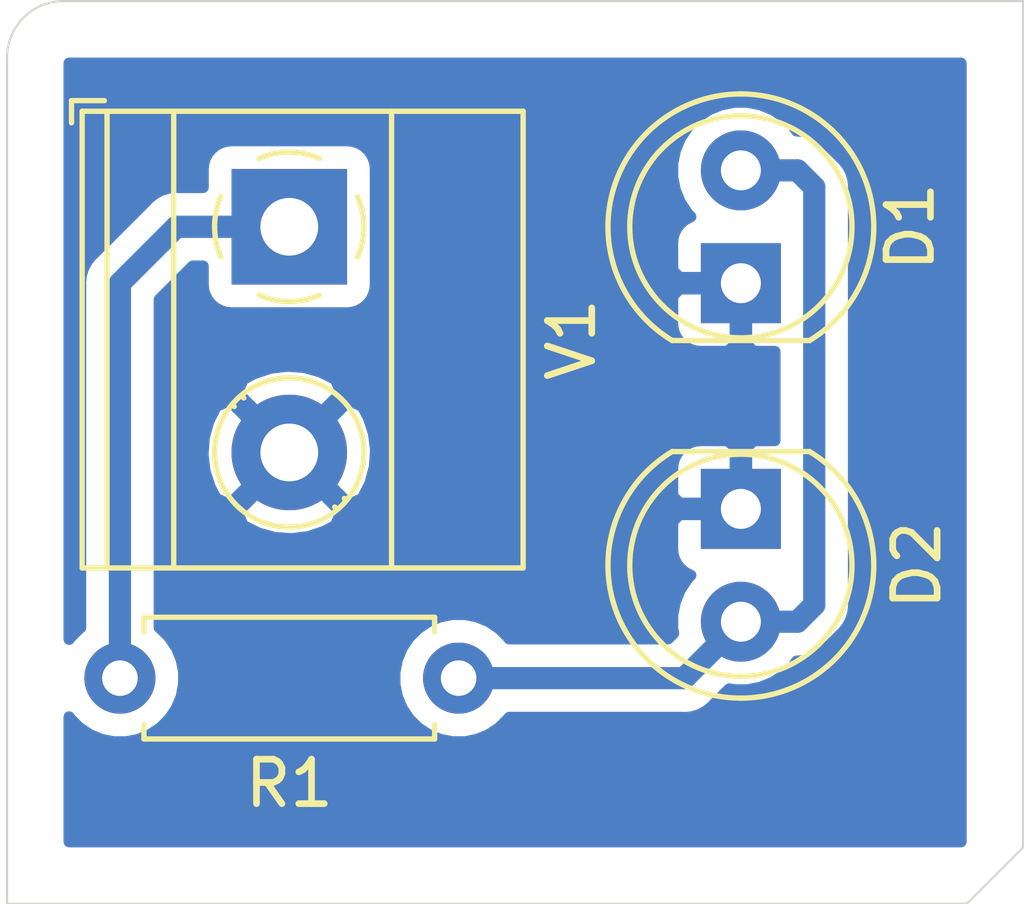
<source format=kicad_pcb>
(kicad_pcb (version 20171130) (host pcbnew 5.1.6-c6e7f7d~87~ubuntu20.04.1)

  (general
    (thickness 1.6)
    (drawings 10)
    (tracks 10)
    (zones 0)
    (modules 4)
    (nets 4)
  )

  (page A4)
  (layers
    (0 F.Cu signal)
    (31 B.Cu signal)
    (32 B.Adhes user)
    (33 F.Adhes user)
    (34 B.Paste user)
    (35 F.Paste user)
    (36 B.SilkS user)
    (37 F.SilkS user)
    (38 B.Mask user)
    (39 F.Mask user)
    (40 Dwgs.User user)
    (41 Cmts.User user)
    (42 Eco1.User user)
    (43 Eco2.User user)
    (44 Edge.Cuts user)
    (45 Margin user)
    (46 B.CrtYd user)
    (47 F.CrtYd user)
    (48 B.Fab user)
    (49 F.Fab user)
  )

  (setup
    (last_trace_width 0.5)
    (trace_clearance 0.5)
    (zone_clearance 0.508)
    (zone_45_only no)
    (trace_min 0.2)
    (via_size 0.8)
    (via_drill 0.4)
    (via_min_size 0.4)
    (via_min_drill 0.3)
    (uvia_size 0.3)
    (uvia_drill 0.1)
    (uvias_allowed no)
    (uvia_min_size 0.2)
    (uvia_min_drill 0.1)
    (edge_width 0.05)
    (segment_width 0.2)
    (pcb_text_width 0.3)
    (pcb_text_size 1.5 1.5)
    (mod_edge_width 0.12)
    (mod_text_size 1 1)
    (mod_text_width 0.15)
    (pad_size 1.524 1.524)
    (pad_drill 0.762)
    (pad_to_mask_clearance 0.05)
    (aux_axis_origin 0 0)
    (visible_elements FFFFFF7F)
    (pcbplotparams
      (layerselection 0x01060_fffffffe)
      (usegerberextensions false)
      (usegerberattributes true)
      (usegerberadvancedattributes true)
      (creategerberjobfile true)
      (excludeedgelayer true)
      (linewidth 0.100000)
      (plotframeref false)
      (viasonmask false)
      (mode 1)
      (useauxorigin false)
      (hpglpennumber 1)
      (hpglpenspeed 20)
      (hpglpendiameter 15.000000)
      (psnegative false)
      (psa4output false)
      (plotreference true)
      (plotvalue true)
      (plotinvisibletext false)
      (padsonsilk false)
      (subtractmaskfromsilk false)
      (outputformat 1)
      (mirror false)
      (drillshape 0)
      (scaleselection 1)
      (outputdirectory ""))
  )

  (net 0 "")
  (net 1 "Net-(D1-Pad2)")
  (net 2 /gnd)
  (net 3 "Net-(R1-Pad2)")

  (net_class Default "This is the default net class."
    (clearance 0.5)
    (trace_width 0.5)
    (via_dia 0.8)
    (via_drill 0.4)
    (uvia_dia 0.3)
    (uvia_drill 0.1)
    (add_net /gnd)
    (add_net "Net-(D1-Pad2)")
    (add_net "Net-(R1-Pad2)")
  )

  (module TerminalBlock_Phoenix:TerminalBlock_Phoenix_MKDS-1,5-2-5.08_1x02_P5.08mm_Horizontal (layer F.Cu) (tedit 5B294EBC) (tstamp 5F7264B4)
    (at 43.18 54.61 270)
    (descr "Terminal Block Phoenix MKDS-1,5-2-5.08, 2 pins, pitch 5.08mm, size 10.2x9.8mm^2, drill diamater 1.3mm, pad diameter 2.6mm, see http://www.farnell.com/datasheets/100425.pdf, script-generated using https://github.com/pointhi/kicad-footprint-generator/scripts/TerminalBlock_Phoenix")
    (tags "THT Terminal Block Phoenix MKDS-1,5-2-5.08 pitch 5.08mm size 10.2x9.8mm^2 drill 1.3mm pad 2.6mm")
    (path /5F727634)
    (fp_text reference V1 (at 2.54 -6.35 90) (layer F.SilkS)
      (effects (font (size 1 1) (thickness 0.15)))
    )
    (fp_text value 12V (at 2.54 5.66 90) (layer F.Fab)
      (effects (font (size 1 1) (thickness 0.15)))
    )
    (fp_text user %R (at 2.54 3.2 90) (layer F.Fab)
      (effects (font (size 1 1) (thickness 0.15)))
    )
    (fp_arc (start 0 0) (end -0.684 1.535) (angle -25) (layer F.SilkS) (width 0.12))
    (fp_arc (start 0 0) (end -1.535 -0.684) (angle -48) (layer F.SilkS) (width 0.12))
    (fp_arc (start 0 0) (end 0.684 -1.535) (angle -48) (layer F.SilkS) (width 0.12))
    (fp_arc (start 0 0) (end 1.535 0.684) (angle -48) (layer F.SilkS) (width 0.12))
    (fp_arc (start 0 0) (end 0 1.68) (angle -24) (layer F.SilkS) (width 0.12))
    (fp_circle (center 0 0) (end 1.5 0) (layer F.Fab) (width 0.1))
    (fp_circle (center 5.08 0) (end 6.58 0) (layer F.Fab) (width 0.1))
    (fp_circle (center 5.08 0) (end 6.76 0) (layer F.SilkS) (width 0.12))
    (fp_line (start -2.54 -5.2) (end 7.62 -5.2) (layer F.Fab) (width 0.1))
    (fp_line (start 7.62 -5.2) (end 7.62 4.6) (layer F.Fab) (width 0.1))
    (fp_line (start 7.62 4.6) (end -2.04 4.6) (layer F.Fab) (width 0.1))
    (fp_line (start -2.04 4.6) (end -2.54 4.1) (layer F.Fab) (width 0.1))
    (fp_line (start -2.54 4.1) (end -2.54 -5.2) (layer F.Fab) (width 0.1))
    (fp_line (start -2.54 4.1) (end 7.62 4.1) (layer F.Fab) (width 0.1))
    (fp_line (start -2.6 4.1) (end 7.68 4.1) (layer F.SilkS) (width 0.12))
    (fp_line (start -2.54 2.6) (end 7.62 2.6) (layer F.Fab) (width 0.1))
    (fp_line (start -2.6 2.6) (end 7.68 2.6) (layer F.SilkS) (width 0.12))
    (fp_line (start -2.54 -2.3) (end 7.62 -2.3) (layer F.Fab) (width 0.1))
    (fp_line (start -2.6 -2.301) (end 7.68 -2.301) (layer F.SilkS) (width 0.12))
    (fp_line (start -2.6 -5.261) (end 7.68 -5.261) (layer F.SilkS) (width 0.12))
    (fp_line (start -2.6 4.66) (end 7.68 4.66) (layer F.SilkS) (width 0.12))
    (fp_line (start -2.6 -5.261) (end -2.6 4.66) (layer F.SilkS) (width 0.12))
    (fp_line (start 7.68 -5.261) (end 7.68 4.66) (layer F.SilkS) (width 0.12))
    (fp_line (start 1.138 -0.955) (end -0.955 1.138) (layer F.Fab) (width 0.1))
    (fp_line (start 0.955 -1.138) (end -1.138 0.955) (layer F.Fab) (width 0.1))
    (fp_line (start 6.218 -0.955) (end 4.126 1.138) (layer F.Fab) (width 0.1))
    (fp_line (start 6.035 -1.138) (end 3.943 0.955) (layer F.Fab) (width 0.1))
    (fp_line (start 6.355 -1.069) (end 6.308 -1.023) (layer F.SilkS) (width 0.12))
    (fp_line (start 4.046 1.239) (end 4.011 1.274) (layer F.SilkS) (width 0.12))
    (fp_line (start 6.15 -1.275) (end 6.115 -1.239) (layer F.SilkS) (width 0.12))
    (fp_line (start 3.853 1.023) (end 3.806 1.069) (layer F.SilkS) (width 0.12))
    (fp_line (start -2.84 4.16) (end -2.84 4.9) (layer F.SilkS) (width 0.12))
    (fp_line (start -2.84 4.9) (end -2.34 4.9) (layer F.SilkS) (width 0.12))
    (fp_line (start -3.04 -5.71) (end -3.04 5.1) (layer F.CrtYd) (width 0.05))
    (fp_line (start -3.04 5.1) (end 8.13 5.1) (layer F.CrtYd) (width 0.05))
    (fp_line (start 8.13 5.1) (end 8.13 -5.71) (layer F.CrtYd) (width 0.05))
    (fp_line (start 8.13 -5.71) (end -3.04 -5.71) (layer F.CrtYd) (width 0.05))
    (pad 2 thru_hole circle (at 5.08 0 270) (size 2.6 2.6) (drill 1.3) (layers *.Cu *.Mask)
      (net 2 /gnd))
    (pad 1 thru_hole rect (at 0 0 270) (size 2.6 2.6) (drill 1.3) (layers *.Cu *.Mask)
      (net 3 "Net-(R1-Pad2)"))
    (model ${KISYS3DMOD}/TerminalBlock_Phoenix.3dshapes/TerminalBlock_Phoenix_MKDS-1,5-2-5.08_1x02_P5.08mm_Horizontal.wrl
      (at (xyz 0 0 0))
      (scale (xyz 1 1 1))
      (rotate (xyz 0 0 0))
    )
  )

  (module Resistor_THT:R_Axial_DIN0207_L6.3mm_D2.5mm_P7.62mm_Horizontal (layer F.Cu) (tedit 5AE5139B) (tstamp 5F726488)
    (at 46.99 64.77 180)
    (descr "Resistor, Axial_DIN0207 series, Axial, Horizontal, pin pitch=7.62mm, 0.25W = 1/4W, length*diameter=6.3*2.5mm^2, http://cdn-reichelt.de/documents/datenblatt/B400/1_4W%23YAG.pdf")
    (tags "Resistor Axial_DIN0207 series Axial Horizontal pin pitch 7.62mm 0.25W = 1/4W length 6.3mm diameter 2.5mm")
    (path /5F727719)
    (fp_text reference R1 (at 3.81 -2.37) (layer F.SilkS)
      (effects (font (size 1 1) (thickness 0.15)))
    )
    (fp_text value 470R/0,5W (at 3.81 2.37) (layer F.Fab)
      (effects (font (size 1 1) (thickness 0.15)))
    )
    (fp_text user %R (at 3.81 0) (layer F.Fab)
      (effects (font (size 1 1) (thickness 0.15)))
    )
    (fp_line (start 0.66 -1.25) (end 0.66 1.25) (layer F.Fab) (width 0.1))
    (fp_line (start 0.66 1.25) (end 6.96 1.25) (layer F.Fab) (width 0.1))
    (fp_line (start 6.96 1.25) (end 6.96 -1.25) (layer F.Fab) (width 0.1))
    (fp_line (start 6.96 -1.25) (end 0.66 -1.25) (layer F.Fab) (width 0.1))
    (fp_line (start 0 0) (end 0.66 0) (layer F.Fab) (width 0.1))
    (fp_line (start 7.62 0) (end 6.96 0) (layer F.Fab) (width 0.1))
    (fp_line (start 0.54 -1.04) (end 0.54 -1.37) (layer F.SilkS) (width 0.12))
    (fp_line (start 0.54 -1.37) (end 7.08 -1.37) (layer F.SilkS) (width 0.12))
    (fp_line (start 7.08 -1.37) (end 7.08 -1.04) (layer F.SilkS) (width 0.12))
    (fp_line (start 0.54 1.04) (end 0.54 1.37) (layer F.SilkS) (width 0.12))
    (fp_line (start 0.54 1.37) (end 7.08 1.37) (layer F.SilkS) (width 0.12))
    (fp_line (start 7.08 1.37) (end 7.08 1.04) (layer F.SilkS) (width 0.12))
    (fp_line (start -1.05 -1.5) (end -1.05 1.5) (layer F.CrtYd) (width 0.05))
    (fp_line (start -1.05 1.5) (end 8.67 1.5) (layer F.CrtYd) (width 0.05))
    (fp_line (start 8.67 1.5) (end 8.67 -1.5) (layer F.CrtYd) (width 0.05))
    (fp_line (start 8.67 -1.5) (end -1.05 -1.5) (layer F.CrtYd) (width 0.05))
    (pad 2 thru_hole oval (at 7.62 0 180) (size 1.6 1.6) (drill 0.8) (layers *.Cu *.Mask)
      (net 3 "Net-(R1-Pad2)"))
    (pad 1 thru_hole circle (at 0 0 180) (size 1.6 1.6) (drill 0.8) (layers *.Cu *.Mask)
      (net 1 "Net-(D1-Pad2)"))
    (model ${KISYS3DMOD}/Resistor_THT.3dshapes/R_Axial_DIN0207_L6.3mm_D2.5mm_P7.62mm_Horizontal.wrl
      (at (xyz 0 0 0))
      (scale (xyz 1 1 1))
      (rotate (xyz 0 0 0))
    )
  )

  (module LED_THT:LED_D5.0mm (layer F.Cu) (tedit 5995936A) (tstamp 5F726471)
    (at 53.34 60.96 270)
    (descr "LED, diameter 5.0mm, 2 pins, http://cdn-reichelt.de/documents/datenblatt/A500/LL-504BC2E-009.pdf")
    (tags "LED diameter 5.0mm 2 pins")
    (path /5F729915)
    (fp_text reference D2 (at 1.27 -3.96 90) (layer F.SilkS)
      (effects (font (size 1 1) (thickness 0.15)))
    )
    (fp_text value LED_ALT (at 1.27 3.96 90) (layer F.Fab)
      (effects (font (size 1 1) (thickness 0.15)))
    )
    (fp_text user %R (at 1.25 0 90) (layer F.Fab)
      (effects (font (size 0.8 0.8) (thickness 0.2)))
    )
    (fp_arc (start 1.27 0) (end -1.29 1.54483) (angle -148.9) (layer F.SilkS) (width 0.12))
    (fp_arc (start 1.27 0) (end -1.29 -1.54483) (angle 148.9) (layer F.SilkS) (width 0.12))
    (fp_arc (start 1.27 0) (end -1.23 -1.469694) (angle 299.1) (layer F.Fab) (width 0.1))
    (fp_circle (center 1.27 0) (end 3.77 0) (layer F.Fab) (width 0.1))
    (fp_circle (center 1.27 0) (end 3.77 0) (layer F.SilkS) (width 0.12))
    (fp_line (start -1.23 -1.469694) (end -1.23 1.469694) (layer F.Fab) (width 0.1))
    (fp_line (start -1.29 -1.545) (end -1.29 1.545) (layer F.SilkS) (width 0.12))
    (fp_line (start -1.95 -3.25) (end -1.95 3.25) (layer F.CrtYd) (width 0.05))
    (fp_line (start -1.95 3.25) (end 4.5 3.25) (layer F.CrtYd) (width 0.05))
    (fp_line (start 4.5 3.25) (end 4.5 -3.25) (layer F.CrtYd) (width 0.05))
    (fp_line (start 4.5 -3.25) (end -1.95 -3.25) (layer F.CrtYd) (width 0.05))
    (pad 2 thru_hole circle (at 2.54 0 270) (size 1.8 1.8) (drill 0.9) (layers *.Cu *.Mask)
      (net 1 "Net-(D1-Pad2)"))
    (pad 1 thru_hole rect (at 0 0 270) (size 1.8 1.8) (drill 0.9) (layers *.Cu *.Mask)
      (net 2 /gnd))
    (model ${KISYS3DMOD}/LED_THT.3dshapes/LED_D5.0mm.wrl
      (at (xyz 0 0 0))
      (scale (xyz 1 1 1))
      (rotate (xyz 0 0 0))
    )
  )

  (module LED_THT:LED_D5.0mm (layer F.Cu) (tedit 5995936A) (tstamp 5F72645F)
    (at 53.34 55.88 90)
    (descr "LED, diameter 5.0mm, 2 pins, http://cdn-reichelt.de/documents/datenblatt/A500/LL-504BC2E-009.pdf")
    (tags "LED diameter 5.0mm 2 pins")
    (path /5F727B55)
    (fp_text reference D1 (at 1.27 3.81 90) (layer F.SilkS)
      (effects (font (size 1 1) (thickness 0.15)))
    )
    (fp_text value LED_ALT (at 1.27 3.96 90) (layer F.Fab)
      (effects (font (size 1 1) (thickness 0.15)))
    )
    (fp_text user %R (at 1.25 0 90) (layer F.Fab)
      (effects (font (size 0.8 0.8) (thickness 0.2)))
    )
    (fp_arc (start 1.27 0) (end -1.29 1.54483) (angle -148.9) (layer F.SilkS) (width 0.12))
    (fp_arc (start 1.27 0) (end -1.29 -1.54483) (angle 148.9) (layer F.SilkS) (width 0.12))
    (fp_arc (start 1.27 0) (end -1.23 -1.469694) (angle 299.1) (layer F.Fab) (width 0.1))
    (fp_circle (center 1.27 0) (end 3.77 0) (layer F.Fab) (width 0.1))
    (fp_circle (center 1.27 0) (end 3.77 0) (layer F.SilkS) (width 0.12))
    (fp_line (start -1.23 -1.469694) (end -1.23 1.469694) (layer F.Fab) (width 0.1))
    (fp_line (start -1.29 -1.545) (end -1.29 1.545) (layer F.SilkS) (width 0.12))
    (fp_line (start -1.95 -3.25) (end -1.95 3.25) (layer F.CrtYd) (width 0.05))
    (fp_line (start -1.95 3.25) (end 4.5 3.25) (layer F.CrtYd) (width 0.05))
    (fp_line (start 4.5 3.25) (end 4.5 -3.25) (layer F.CrtYd) (width 0.05))
    (fp_line (start 4.5 -3.25) (end -1.95 -3.25) (layer F.CrtYd) (width 0.05))
    (pad 2 thru_hole circle (at 2.54 0 90) (size 1.8 1.8) (drill 0.9) (layers *.Cu *.Mask)
      (net 1 "Net-(D1-Pad2)"))
    (pad 1 thru_hole rect (at 0 0 90) (size 1.8 1.8) (drill 0.9) (layers *.Cu *.Mask)
      (net 2 /gnd))
    (model ${KISYS3DMOD}/LED_THT.3dshapes/LED_D5.0mm.wrl
      (at (xyz 0 0 0))
      (scale (xyz 1 1 1))
      (rotate (xyz 0 0 0))
    )
  )

  (gr_line (start 59.69 68.58) (end 58.42 69.85) (layer Edge.Cuts) (width 0.05) (tstamp 5F726989))
  (gr_arc (start 38.1 50.8) (end 38.1 49.53) (angle -90) (layer Edge.Cuts) (width 0.05))
  (gr_line (start 59.69 49.53) (end 38.1 49.53) (layer Edge.Cuts) (width 0.05) (tstamp 5F726964))
  (gr_line (start 59.69 68.58) (end 59.69 49.53) (layer Edge.Cuts) (width 0.05))
  (gr_line (start 36.83 69.85) (end 58.42 69.85) (layer Edge.Cuts) (width 0.05))
  (gr_line (start 36.83 50.8) (end 36.83 69.85) (layer Edge.Cuts) (width 0.05))
  (gr_line (start 58.42 68.58) (end 38.1 68.58) (layer Margin) (width 0.15) (tstamp 5F7266E6))
  (gr_line (start 58.42 50.8) (end 38.1 50.8) (layer Margin) (width 0.15) (tstamp 5F7268F7))
  (gr_line (start 58.42 68.58) (end 58.42 50.8) (layer Margin) (width 0.15))
  (gr_line (start 38.1 50.8) (end 38.1 68.58) (layer Margin) (width 0.15))

  (segment (start 52.07 64.77) (end 53.34 63.5) (width 0.5) (layer B.Cu) (net 1))
  (segment (start 46.99 64.77) (end 52.07 64.77) (width 0.5) (layer B.Cu) (net 1))
  (segment (start 54.612792 53.34) (end 53.34 53.34) (width 0.5) (layer B.Cu) (net 1))
  (segment (start 54.990001 53.717209) (end 54.612792 53.34) (width 0.5) (layer B.Cu) (net 1))
  (segment (start 54.990001 63.122791) (end 54.990001 53.717209) (width 0.5) (layer B.Cu) (net 1))
  (segment (start 54.612792 63.5) (end 54.990001 63.122791) (width 0.5) (layer B.Cu) (net 1))
  (segment (start 53.34 63.5) (end 54.612792 63.5) (width 0.5) (layer B.Cu) (net 1))
  (segment (start 43.18 54.61) (end 40.64 54.61) (width 0.5) (layer B.Cu) (net 3))
  (segment (start 40.64 54.61) (end 39.37 55.88) (width 0.5) (layer B.Cu) (net 3))
  (segment (start 39.37 55.88) (end 39.37 64.77) (width 0.5) (layer B.Cu) (net 3))

  (zone (net 2) (net_name /gnd) (layer B.Cu) (tstamp 5F7269A0) (hatch edge 0.508)
    (connect_pads (clearance 0.508))
    (min_thickness 0.254)
    (fill yes (arc_segments 32) (thermal_gap 0.508) (thermal_bridge_width 0.508))
    (polygon
      (pts
        (xy 58.42 68.58) (xy 38.1 68.58) (xy 38.1 50.8) (xy 58.42 50.8)
      )
    )
    (filled_polygon
      (pts
        (xy 58.293 68.453) (xy 38.227 68.453) (xy 38.227 65.642311) (xy 38.255363 65.684759) (xy 38.455241 65.884637)
        (xy 38.690273 66.04168) (xy 38.951426 66.149853) (xy 39.228665 66.205) (xy 39.511335 66.205) (xy 39.788574 66.149853)
        (xy 40.049727 66.04168) (xy 40.284759 65.884637) (xy 40.484637 65.684759) (xy 40.64168 65.449727) (xy 40.749853 65.188574)
        (xy 40.805 64.911335) (xy 40.805 64.628665) (xy 45.555 64.628665) (xy 45.555 64.911335) (xy 45.610147 65.188574)
        (xy 45.71832 65.449727) (xy 45.875363 65.684759) (xy 46.075241 65.884637) (xy 46.310273 66.04168) (xy 46.571426 66.149853)
        (xy 46.848665 66.205) (xy 47.131335 66.205) (xy 47.408574 66.149853) (xy 47.669727 66.04168) (xy 47.904759 65.884637)
        (xy 48.104637 65.684759) (xy 48.124521 65.655) (xy 52.026531 65.655) (xy 52.07 65.659281) (xy 52.113469 65.655)
        (xy 52.113477 65.655) (xy 52.24349 65.642195) (xy 52.410313 65.591589) (xy 52.564059 65.509411) (xy 52.698817 65.398817)
        (xy 52.726534 65.365044) (xy 53.078518 65.01306) (xy 53.188816 65.035) (xy 53.491184 65.035) (xy 53.787743 64.976011)
        (xy 54.067095 64.860299) (xy 54.318505 64.692312) (xy 54.532312 64.478505) (xy 54.593218 64.387353) (xy 54.612792 64.389281)
        (xy 54.656261 64.385) (xy 54.656269 64.385) (xy 54.786282 64.372195) (xy 54.953105 64.321589) (xy 55.106851 64.239411)
        (xy 55.241609 64.128817) (xy 55.269326 64.095044) (xy 55.585046 63.779324) (xy 55.618818 63.751608) (xy 55.729412 63.61685)
        (xy 55.81159 63.463104) (xy 55.862196 63.296281) (xy 55.875001 63.166268) (xy 55.875001 63.166258) (xy 55.879282 63.122792)
        (xy 55.875001 63.079325) (xy 55.875001 53.760675) (xy 55.879282 53.717208) (xy 55.875001 53.673742) (xy 55.875001 53.673732)
        (xy 55.862196 53.543719) (xy 55.81159 53.376896) (xy 55.729412 53.22315) (xy 55.618818 53.088392) (xy 55.585045 53.060675)
        (xy 55.269326 52.744956) (xy 55.241609 52.711183) (xy 55.106851 52.600589) (xy 54.953105 52.518411) (xy 54.786282 52.467805)
        (xy 54.656269 52.455) (xy 54.656261 52.455) (xy 54.612792 52.450719) (xy 54.593218 52.452647) (xy 54.532312 52.361495)
        (xy 54.318505 52.147688) (xy 54.067095 51.979701) (xy 53.787743 51.863989) (xy 53.491184 51.805) (xy 53.188816 51.805)
        (xy 52.892257 51.863989) (xy 52.612905 51.979701) (xy 52.361495 52.147688) (xy 52.147688 52.361495) (xy 51.979701 52.612905)
        (xy 51.863989 52.892257) (xy 51.805 53.188816) (xy 51.805 53.491184) (xy 51.863989 53.787743) (xy 51.979701 54.067095)
        (xy 52.147688 54.318505) (xy 52.214127 54.384944) (xy 52.19582 54.390498) (xy 52.085506 54.449463) (xy 51.988815 54.528815)
        (xy 51.909463 54.625506) (xy 51.850498 54.73582) (xy 51.814188 54.855518) (xy 51.801928 54.98) (xy 51.805 55.59425)
        (xy 51.96375 55.753) (xy 53.213 55.753) (xy 53.213 55.733) (xy 53.467 55.733) (xy 53.467 55.753)
        (xy 53.487 55.753) (xy 53.487 56.007) (xy 53.467 56.007) (xy 53.467 57.25625) (xy 53.62575 57.415)
        (xy 54.105002 57.417397) (xy 54.105001 59.422603) (xy 53.62575 59.425) (xy 53.467 59.58375) (xy 53.467 60.833)
        (xy 53.487 60.833) (xy 53.487 61.087) (xy 53.467 61.087) (xy 53.467 61.107) (xy 53.213 61.107)
        (xy 53.213 61.087) (xy 51.96375 61.087) (xy 51.805 61.24575) (xy 51.801928 61.86) (xy 51.814188 61.984482)
        (xy 51.850498 62.10418) (xy 51.909463 62.214494) (xy 51.988815 62.311185) (xy 52.085506 62.390537) (xy 52.19582 62.449502)
        (xy 52.214127 62.455056) (xy 52.147688 62.521495) (xy 51.979701 62.772905) (xy 51.863989 63.052257) (xy 51.805 63.348816)
        (xy 51.805 63.651184) (xy 51.82694 63.761482) (xy 51.703422 63.885) (xy 48.124521 63.885) (xy 48.104637 63.855241)
        (xy 47.904759 63.655363) (xy 47.669727 63.49832) (xy 47.408574 63.390147) (xy 47.131335 63.335) (xy 46.848665 63.335)
        (xy 46.571426 63.390147) (xy 46.310273 63.49832) (xy 46.075241 63.655363) (xy 45.875363 63.855241) (xy 45.71832 64.090273)
        (xy 45.610147 64.351426) (xy 45.555 64.628665) (xy 40.805 64.628665) (xy 40.749853 64.351426) (xy 40.64168 64.090273)
        (xy 40.484637 63.855241) (xy 40.284759 63.655363) (xy 40.255 63.635479) (xy 40.255 61.039224) (xy 42.010381 61.039224)
        (xy 42.142317 61.334312) (xy 42.483045 61.505159) (xy 42.850557 61.60625) (xy 43.230729 61.633701) (xy 43.608951 61.586457)
        (xy 43.97069 61.466333) (xy 44.217683 61.334312) (xy 44.349619 61.039224) (xy 43.18 59.869605) (xy 42.010381 61.039224)
        (xy 40.255 61.039224) (xy 40.255 59.740729) (xy 41.236299 59.740729) (xy 41.283543 60.118951) (xy 41.403667 60.48069)
        (xy 41.535688 60.727683) (xy 41.830776 60.859619) (xy 43.000395 59.69) (xy 43.359605 59.69) (xy 44.529224 60.859619)
        (xy 44.824312 60.727683) (xy 44.995159 60.386955) (xy 45.085094 60.06) (xy 51.801928 60.06) (xy 51.805 60.67425)
        (xy 51.96375 60.833) (xy 53.213 60.833) (xy 53.213 59.58375) (xy 53.05425 59.425) (xy 52.44 59.421928)
        (xy 52.315518 59.434188) (xy 52.19582 59.470498) (xy 52.085506 59.529463) (xy 51.988815 59.608815) (xy 51.909463 59.705506)
        (xy 51.850498 59.81582) (xy 51.814188 59.935518) (xy 51.801928 60.06) (xy 45.085094 60.06) (xy 45.09625 60.019443)
        (xy 45.123701 59.639271) (xy 45.076457 59.261049) (xy 44.956333 58.89931) (xy 44.824312 58.652317) (xy 44.529224 58.520381)
        (xy 43.359605 59.69) (xy 43.000395 59.69) (xy 41.830776 58.520381) (xy 41.535688 58.652317) (xy 41.364841 58.993045)
        (xy 41.26375 59.360557) (xy 41.236299 59.740729) (xy 40.255 59.740729) (xy 40.255 58.340776) (xy 42.010381 58.340776)
        (xy 43.18 59.510395) (xy 44.349619 58.340776) (xy 44.217683 58.045688) (xy 43.876955 57.874841) (xy 43.509443 57.77375)
        (xy 43.129271 57.746299) (xy 42.751049 57.793543) (xy 42.38931 57.913667) (xy 42.142317 58.045688) (xy 42.010381 58.340776)
        (xy 40.255 58.340776) (xy 40.255 56.78) (xy 51.801928 56.78) (xy 51.814188 56.904482) (xy 51.850498 57.02418)
        (xy 51.909463 57.134494) (xy 51.988815 57.231185) (xy 52.085506 57.310537) (xy 52.19582 57.369502) (xy 52.315518 57.405812)
        (xy 52.44 57.418072) (xy 53.05425 57.415) (xy 53.213 57.25625) (xy 53.213 56.007) (xy 51.96375 56.007)
        (xy 51.805 56.16575) (xy 51.801928 56.78) (xy 40.255 56.78) (xy 40.255 56.246578) (xy 41.006579 55.495)
        (xy 41.241928 55.495) (xy 41.241928 55.91) (xy 41.254188 56.034482) (xy 41.290498 56.15418) (xy 41.349463 56.264494)
        (xy 41.428815 56.361185) (xy 41.525506 56.440537) (xy 41.63582 56.499502) (xy 41.755518 56.535812) (xy 41.88 56.548072)
        (xy 44.48 56.548072) (xy 44.604482 56.535812) (xy 44.72418 56.499502) (xy 44.834494 56.440537) (xy 44.931185 56.361185)
        (xy 45.010537 56.264494) (xy 45.069502 56.15418) (xy 45.105812 56.034482) (xy 45.118072 55.91) (xy 45.118072 53.31)
        (xy 45.105812 53.185518) (xy 45.069502 53.06582) (xy 45.010537 52.955506) (xy 44.931185 52.858815) (xy 44.834494 52.779463)
        (xy 44.72418 52.720498) (xy 44.604482 52.684188) (xy 44.48 52.671928) (xy 41.88 52.671928) (xy 41.755518 52.684188)
        (xy 41.63582 52.720498) (xy 41.525506 52.779463) (xy 41.428815 52.858815) (xy 41.349463 52.955506) (xy 41.290498 53.06582)
        (xy 41.254188 53.185518) (xy 41.241928 53.31) (xy 41.241928 53.725) (xy 40.683465 53.725) (xy 40.639999 53.720719)
        (xy 40.596533 53.725) (xy 40.596523 53.725) (xy 40.46651 53.737805) (xy 40.299687 53.788411) (xy 40.145941 53.870589)
        (xy 40.145939 53.87059) (xy 40.14594 53.87059) (xy 40.044953 53.953468) (xy 40.044951 53.95347) (xy 40.011183 53.981183)
        (xy 39.98347 54.014951) (xy 38.774956 55.223466) (xy 38.741183 55.251183) (xy 38.630589 55.385942) (xy 38.548411 55.539688)
        (xy 38.497805 55.706511) (xy 38.485 55.836524) (xy 38.485 55.836531) (xy 38.480719 55.88) (xy 38.485 55.923469)
        (xy 38.485001 63.635478) (xy 38.455241 63.655363) (xy 38.255363 63.855241) (xy 38.227 63.897689) (xy 38.227 50.927)
        (xy 58.293 50.927)
      )
    )
  )
)

</source>
